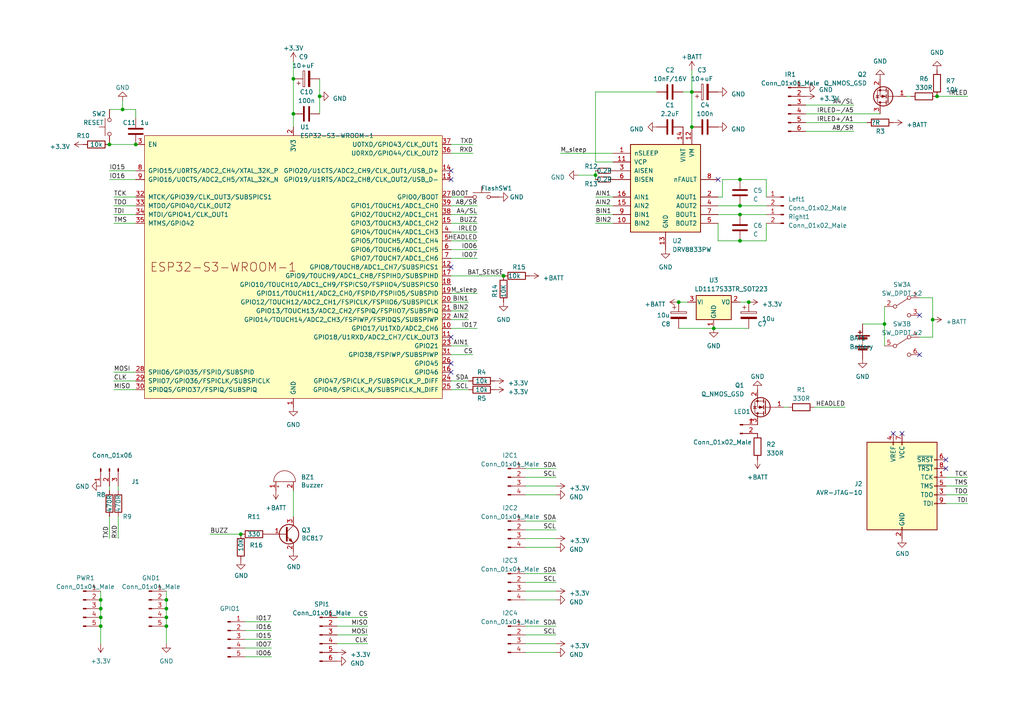
<source format=kicad_sch>
(kicad_sch (version 20230121) (generator eeschema)
  (paper "A4")
  (lib_symbols
    (symbol "Connector:AVR-JTAG-10" (pin_names (offset 1.016))
      (property "Reference" "J" (at -8.89 13.97 0))
      (property "Value" "AVR-JTAG-10" (at 1.27 13.97 0))
      (symbol "AVR-JTAG-10_1_1"
        (pin passive line (at 12.7 2.54 180) (length 2.54) (name "TCK") (number "1"))
        (pin passive line (at 0 -15.24 90) (length 2.54) hide (name "GND") (number "10"))
        (pin passive line (at 0 -15.24 90) (length 2.54) (name "GND") (number "2"))
        (pin passive line (at 12.7 -2.54 180) (length 2.54) (name "TDO") (number "3"))
        (pin passive line (at -2.54 15.24 270) (length 2.54) (name "VREF") (number "4"))
        (pin passive line (at 12.7 0 180) (length 2.54) (name "TMS") (number "5"))
        (pin passive line (at 12.7 7.62 180) (length 2.54) (name "~{SRST}") (number "6"))
        (pin passive line (at 0 15.24 270) (length 2.54) (name "VCC") (number "7"))
        (pin passive line (at 12.7 5.08 180) (length 2.54) (name "~{TRST}") (number "8"))
        (pin passive line (at 12.7 -5.08 180) (length 2.54) (name "TDI") (number "9"))
      )
    )
    (symbol "Connector:Conn_01x02_Male" (pin_names (offset 1.016) hide)
      (property "Reference" "J" (at 0 2.54 0))
      (property "Value" "Conn_01x02_Male" (at 0 -5.08 0))
      (symbol "Conn_01x02_Male_1_1"
        (pin passive line (at 5.08 0 180) (length 3.81) (name "Pin_1") (number "1"))
        (pin passive line (at 5.08 -2.54 180) (length 3.81) (name "Pin_2") (number "2"))
      )
    )
    (symbol "Connector:Conn_01x03_Pin" (pin_names (offset 1.016) hide)
      (property "Reference" "J" (at 0 5.08 0))
      (property "Value" "Conn_01x03_Pin" (at 0 -5.08 0))
      (symbol "Conn_01x03_Pin_1_1"
        (pin passive line (at 5.08 2.54 180) (length 3.81) (name "Pin_1") (number "1"))
        (pin passive line (at 5.08 0 180) (length 3.81) (name "Pin_2") (number "2"))
        (pin passive line (at 5.08 -2.54 180) (length 3.81) (name "Pin_3") (number "3"))
      )
    )
    (symbol "Connector:Conn_01x04_Male" (pin_names (offset 1.016) hide)
      (property "Reference" "J" (at 0 5.08 0))
      (property "Value" "Conn_01x04_Male" (at 0 -7.62 0))
      (symbol "Conn_01x04_Male_1_1"
        (pin passive line (at 5.08 2.54 180) (length 3.81) (name "Pin_1") (number "1"))
        (pin passive line (at 5.08 0 180) (length 3.81) (name "Pin_2") (number "2"))
        (pin passive line (at 5.08 -2.54 180) (length 3.81) (name "Pin_3") (number "3"))
        (pin passive line (at 5.08 -5.08 180) (length 3.81) (name "Pin_4") (number "4"))
      )
    )
    (symbol "Connector:Conn_01x05_Pin" (pin_names (offset 1.016) hide)
      (property "Reference" "J" (at 0 7.62 0))
      (property "Value" "Conn_01x05_Pin" (at 0 -7.62 0))
      (symbol "Conn_01x05_Pin_1_1"
        (pin passive line (at 5.08 5.08 180) (length 3.81) (name "Pin_1") (number "1"))
        (pin passive line (at 5.08 2.54 180) (length 3.81) (name "Pin_2") (number "2"))
        (pin passive line (at 5.08 0 180) (length 3.81) (name "Pin_3") (number "3"))
        (pin passive line (at 5.08 -2.54 180) (length 3.81) (name "Pin_4") (number "4"))
        (pin passive line (at 5.08 -5.08 180) (length 3.81) (name "Pin_5") (number "5"))
      )
    )
    (symbol "Connector:Conn_01x06_Male" (pin_names (offset 1.016) hide)
      (property "Reference" "J" (at 0 7.62 0))
      (property "Value" "Conn_01x06_Male" (at 0 -10.16 0))
      (symbol "Conn_01x06_Male_1_1"
        (pin passive line (at 5.08 5.08 180) (length 3.81) (name "Pin_1") (number "1"))
        (pin passive line (at 5.08 2.54 180) (length 3.81) (name "Pin_2") (number "2"))
        (pin passive line (at 5.08 0 180) (length 3.81) (name "Pin_3") (number "3"))
        (pin passive line (at 5.08 -2.54 180) (length 3.81) (name "Pin_4") (number "4"))
        (pin passive line (at 5.08 -5.08 180) (length 3.81) (name "Pin_5") (number "5"))
        (pin passive line (at 5.08 -7.62 180) (length 3.81) (name "Pin_6") (number "6"))
      )
    )
    (symbol "Device:Battery" (pin_numbers hide) (pin_names (offset 0) hide)
      (property "Reference" "BAT1" (at 3.81 1.016 0))
      (property "Value" "Battery" (at 3.81 -1.524 0))
      (symbol "Battery_1_1"
        (pin power_out line (at 0 5.08 270) (length 2.54) (name "+") (number "1"))
        (pin power_out line (at 0 -5.08 90) (length 2.54) (name "-") (number "2"))
      )
    )
    (symbol "Device:Buzzer" (pin_names (offset 0.0254) hide)
      (property "Reference" "BZ" (at 3.81 1.27 0))
      (property "Value" "Buzzer" (at 3.81 -1.27 0))
      (symbol "Buzzer_1_1"
        (pin passive line (at -2.54 2.54 0) (length 2.54) (name "-") (number "1"))
        (pin passive line (at -2.54 -2.54 0) (length 2.54) (name "+") (number "2"))
      )
    )
    (symbol "Device:C" (pin_numbers hide) (pin_names (offset 0.254))
      (property "Reference" "C" (at 0.635 2.54 0))
      (property "Value" "C" (at 0.635 -2.54 0))
      (symbol "C_1_1"
        (pin passive line (at 0 3.81 270) (length 2.794) (name "~") (number "1"))
        (pin passive line (at 0 -3.81 90) (length 2.794) (name "~") (number "2"))
      )
    )
    (symbol "Device:C_Polarized" (pin_numbers hide) (pin_names (offset 0.254))
      (property "Reference" "C" (at 0.635 2.54 0))
      (property "Value" "C_Polarized" (at 0.635 -2.54 0))
      (symbol "C_Polarized_1_1"
        (pin passive line (at 0 3.81 270) (length 2.794) (name "~") (number "1"))
        (pin passive line (at 0 -3.81 90) (length 2.794) (name "~") (number "2"))
      )
    )
    (symbol "Device:Q_NMOS_GSD" (pin_names (offset 0) hide)
      (property "Reference" "Q" (at 5.08 1.27 0))
      (property "Value" "Q_NMOS_GSD" (at 5.08 -1.27 0))
      (symbol "Q_NMOS_GSD_1_1"
        (pin input line (at -5.08 0 0) (length 2.54) (name "G") (number "1"))
        (pin passive line (at 2.54 -5.08 90) (length 2.54) (name "S") (number "2"))
        (pin passive line (at 2.54 5.08 270) (length 2.54) (name "D") (number "3"))
      )
    )
    (symbol "Device:R" (pin_numbers hide) (pin_names (offset 0))
      (property "Reference" "R" (at 2.032 0 90))
      (property "Value" "R" (at 0 0 90))
      (symbol "R_1_1"
        (pin passive line (at 0 3.81 270) (length 1.27) (name "~") (number "1"))
        (pin passive line (at 0 -3.81 90) (length 1.27) (name "~") (number "2"))
      )
    )
    (symbol "Device:R_Small" (pin_numbers hide) (pin_names (offset 0.254) hide)
      (property "Reference" "R" (at 0.762 0.508 0))
      (property "Value" "R_Small" (at 0.762 -1.016 0))
      (symbol "R_Small_1_1"
        (pin passive line (at 0 2.54 270) (length 0.762) (name "~") (number "1"))
        (pin passive line (at 0 -2.54 90) (length 0.762) (name "~") (number "2"))
      )
    )
    (symbol "Driver_Motor:DRV8833PW" (pin_names (offset 1.016))
      (property "Reference" "U" (at -3.81 16.51 0))
      (property "Value" "DRV8833PW" (at -3.81 13.97 0))
      (symbol "DRV8833PW_1_1"
        (pin input line (at -15.24 10.16 0) (length 5.08) (name "nSLEEP") (number "1"))
        (pin input line (at -15.24 -10.16 0) (length 5.08) (name "BIN2") (number "10"))
        (pin bidirectional line (at -15.24 7.62 0) (length 5.08) (name "VCP") (number "11"))
        (pin power_in line (at 7.62 17.78 270) (length 5.08) (name "VM") (number "12"))
        (pin power_in line (at 0 -17.78 90) (length 5.08) (name "GND") (number "13"))
        (pin power_in line (at 5.08 17.78 270) (length 5.08) (name "VINT") (number "14"))
        (pin input line (at -15.24 -5.08 0) (length 5.08) (name "AIN2") (number "15"))
        (pin input line (at -15.24 -2.54 0) (length 5.08) (name "AIN1") (number "16"))
        (pin power_out line (at 15.24 -2.54 180) (length 5.08) (name "AOUT1") (number "2"))
        (pin bidirectional line (at -15.24 5.08 0) (length 5.08) (name "AISEN") (number "3"))
        (pin power_out line (at 15.24 -5.08 180) (length 5.08) (name "AOUT2") (number "4"))
        (pin power_out line (at 15.24 -10.16 180) (length 5.08) (name "BOUT2") (number "5"))
        (pin bidirectional line (at -15.24 2.54 0) (length 5.08) (name "BISEN") (number "6"))
        (pin power_out line (at 15.24 -7.62 180) (length 5.08) (name "BOUT1") (number "7"))
        (pin open_collector line (at 15.24 2.54 180) (length 5.08) (name "nFAULT") (number "8"))
        (pin input line (at -15.24 -7.62 0) (length 5.08) (name "BIN1") (number "9"))
      )
    )
    (symbol "Espressif:ESP32-S3-WROOM-1" (pin_names (offset 1.016))
      (property "Reference" "U" (at -43.18 43.18 0))
      (property "Value" "ESP32-S3-WROOM-1" (at -43.18 40.64 0))
      (symbol "ESP32-S3-WROOM-1_0_0"
        (text "ESP32-S3-WROOM-1" (at -20.32 0 0) (effects (font (size 2.54 2.54))))
        (pin power_in line (at 0 -40.64 90) (length 2.54) (name "GND") (number "1"))
        (pin bidirectional line (at 45.72 -17.78 180) (length 2.54) (name "GPIO17/U1TXD/ADC2_CH6") (number "10"))
        (pin bidirectional line (at 45.72 -20.32 180) (length 2.54) (name "GPIO18/U1RXD/ADC2_CH7/CLK_OUT3") (number "11"))
        (pin bidirectional line (at 45.72 0 180) (length 2.54) (name "GPIO8/TOUCH8/ADC1_CH7/SUBSPICS1") (number "12"))
        (pin bidirectional line (at 45.72 25.4 180) (length 2.54) (name "GPIO19/U1RTS/ADC2_CH8/CLK_OUT2/USB_D-") (number "13"))
        (pin bidirectional line (at 45.72 27.94 180) (length 2.54) (name "GPIO20/U1CTS/ADC2_CH9/CLK_OUT1/USB_D+") (number "14"))
        (pin bidirectional line (at 45.72 12.7 180) (length 2.54) (name "GPIO3/TOUCH3/ADC1_CH2") (number "15"))
        (pin bidirectional line (at 45.72 -30.48 180) (length 2.54) (name "GPIO46") (number "16"))
        (pin bidirectional line (at 45.72 -2.54 180) (length 2.54) (name "GPIO9/TOUCH9/ADC1_CH8/FSPIHD/SUBSPIHD") (number "17"))
        (pin bidirectional line (at 45.72 -5.08 180) (length 2.54) (name "GPIO10/TOUCH10/ADC1_CH9/FSPICS0/FSPIIO4/SUBSPICS0") (number "18"))
        (pin bidirectional line (at 45.72 -7.62 180) (length 2.54) (name "GPIO11/TOUCH11/ADC2_CH0/FSPID/FSPIIO5/SUBSPID") (number "19"))
        (pin power_in line (at 0 40.64 270) (length 2.54) (name "3V3") (number "2"))
        (pin bidirectional line (at 45.72 -10.16 180) (length 2.54) (name "GPIO12/TOUCH12/ADC2_CH1/FSPICLK/FSPIIO6/SUBSPICLK") (number "20"))
        (pin bidirectional line (at 45.72 -12.7 180) (length 2.54) (name "GPIO13/TOUCH13/ADC2_CH2/FSPIQ/FSPIIO7/SUBSPIQ") (number "21"))
        (pin bidirectional line (at 45.72 -15.24 180) (length 2.54) (name "GPIO14/TOUCH14/ADC2_CH3/FSPIWP/FSPIDQS/SUBSPIWP") (number "22"))
        (pin bidirectional line (at 45.72 -22.86 180) (length 2.54) (name "GPIO21") (number "23"))
        (pin bidirectional line (at 45.72 -33.02 180) (length 2.54) (name "GPIO47/SPICLK_P/SUBSPICLK_P_DIFF") (number "24"))
        (pin bidirectional line (at 45.72 -35.56 180) (length 2.54) (name "GPIO48/SPICLK_N/SUBSPICLK_N_DIFF") (number "25"))
        (pin bidirectional line (at 45.72 -27.94 180) (length 2.54) (name "GPIO45") (number "26"))
        (pin bidirectional line (at 45.72 20.32 180) (length 2.54) (name "GPIO0/BOOT") (number "27"))
        (pin bidirectional line (at -45.72 -30.48 0) (length 2.54) (name "SPIIO6/GPIO35/FSPID/SUBSPID") (number "28"))
        (pin bidirectional line (at -45.72 -33.02 0) (length 2.54) (name "SPIIO7/GPIO36/FSPICLK/SUBSPICLK") (number "29"))
        (pin input line (at -45.72 35.56 0) (length 2.54) (name "EN") (number "3"))
        (pin bidirectional line (at -45.72 -35.56 0) (length 2.54) (name "SPIDQS/GPIO37/FSPIQ/SUBSPIQ") (number "30"))
        (pin bidirectional line (at 45.72 -25.4 180) (length 2.54) (name "GPIO38/FSPIWP/SUBSPIWP") (number "31"))
        (pin bidirectional line (at -45.72 20.32 0) (length 2.54) (name "MTCK/GPIO39/CLK_OUT3/SUBSPICS1") (number "32"))
        (pin bidirectional line (at -45.72 17.78 0) (length 2.54) (name "MTDO/GPIO40/CLK_OUT2") (number "33"))
        (pin bidirectional line (at -45.72 15.24 0) (length 2.54) (name "MTDI/GPIO41/CLK_OUT1") (number "34"))
        (pin bidirectional line (at -45.72 12.7 0) (length 2.54) (name "MTMS/GPIO42") (number "35"))
        (pin bidirectional line (at 45.72 33.02 180) (length 2.54) (name "U0RXD/GPIO44/CLK_OUT2") (number "36"))
        (pin bidirectional line (at 45.72 35.56 180) (length 2.54) (name "U0TXD/GPIO43/CLK_OUT1") (number "37"))
        (pin bidirectional line (at 45.72 15.24 180) (length 2.54) (name "GPIO2/TOUCH2/ADC1_CH1") (number "38"))
        (pin bidirectional line (at 45.72 17.78 180) (length 2.54) (name "GPIO1/TOUCH1/ADC1_CH0") (number "39"))
        (pin bidirectional line (at 45.72 10.16 180) (length 2.54) (name "GPIO4/TOUCH4/ADC1_CH3") (number "4"))
        (pin passive line (at 0 -40.64 90) (length 2.54) hide (name "GND") (number "40"))
        (pin passive line (at 0 -40.64 90) (length 2.54) hide (name "GND") (number "41"))
        (pin bidirectional line (at 45.72 7.62 180) (length 2.54) (name "GPIO5/TOUCH5/ADC1_CH4") (number "5"))
        (pin bidirectional line (at 45.72 5.08 180) (length 2.54) (name "GPIO6/TOUCH6/ADC1_CH5") (number "6"))
        (pin bidirectional line (at 45.72 2.54 180) (length 2.54) (name "GPIO7/TOUCH7/ADC1_CH6") (number "7"))
        (pin bidirectional line (at -45.72 27.94 0) (length 2.54) (name "GPIO15/U0RTS/ADC2_CH4/XTAL_32K_P") (number "8"))
        (pin bidirectional line (at -45.72 25.4 0) (length 2.54) (name "GPIO16/U0CTS/ADC2_CH5/XTAL_32K_N") (number "9"))
      )
    )
    (symbol "Regulator_Linear:LD1117S33TR_SOT223" (pin_names (offset 0.254))
      (property "Reference" "U" (at -3.81 3.175 0))
      (property "Value" "LD1117S33TR_SOT223" (at 0 3.175 0))
      (symbol "LD1117S33TR_SOT223_1_1"
        (pin power_in line (at 0 -7.62 90) (length 2.54) (name "GND") (number "1"))
        (pin power_out line (at 7.62 0 180) (length 2.54) (name "VO") (number "2"))
        (pin power_in line (at -7.62 0 0) (length 2.54) (name "VI") (number "3"))
      )
    )
    (symbol "Switch:SW_DPDT_x2" (pin_names (offset 0) hide)
      (property "Reference" "SW" (at 0 4.318 0))
      (property "Value" "SW_DPDT_x2" (at 0 -5.08 0))
      (symbol "SW_DPDT_x2_1_1"
        (pin passive line (at 5.08 2.54 180) (length 2.54) (name "A") (number "1"))
        (pin passive line (at -5.08 0 0) (length 2.54) (name "B") (number "2"))
        (pin passive line (at 5.08 -2.54 180) (length 2.54) (name "C") (number "3"))
      )
      (symbol "SW_DPDT_x2_2_1"
        (pin passive line (at 5.08 2.54 180) (length 2.54) (name "A") (number "4"))
        (pin passive line (at -5.08 0 0) (length 2.54) (name "B") (number "5"))
        (pin passive line (at 5.08 -2.54 180) (length 2.54) (name "C") (number "6"))
      )
    )
    (symbol "Switch:SW_Push" (pin_numbers hide) (pin_names (offset 1.016) hide)
      (property "Reference" "SW" (at 1.27 2.54 0))
      (property "Value" "SW_Push" (at 0 -1.524 0))
      (symbol "SW_Push_0_1"
        (pin passive line (at -5.08 0 0) (length 2.54) (name "1") (number "1"))
        (pin passive line (at 5.08 0 180) (length 2.54) (name "2") (number "2"))
      )
    )
    (symbol "Transistor_BJT:BC817" (pin_names (offset 0) hide)
      (property "Reference" "Q" (at 5.08 1.905 0))
      (property "Value" "BC817" (at 5.08 0 0))
      (symbol "BC817_1_1"
        (pin input line (at -5.08 0 0) (length 5.715) (name "B") (number "1"))
        (pin passive line (at 2.54 -5.08 90) (length 2.54) (name "E") (number "2"))
        (pin passive line (at 2.54 5.08 270) (length 2.54) (name "C") (number "3"))
      )
    )
    (symbol "power:+3.3V" (power) (pin_names (offset 0))
      (property "Value" "+3.3V" (at 0 3.556 0))
      (symbol "+3.3V_1_1"
        (pin power_in line (at 0 0 90) (length 0) hide (name "+3.3V") (number "1"))
      )
    )
    (symbol "power:+BATT" (power) (pin_names (offset 0))
      (property "Value" "+BATT" (at 0 3.556 0))
      (symbol "+BATT_1_1"
        (pin power_in line (at 0 0 90) (length 0) hide (name "+BATT") (number "1"))
      )
    )
    (symbol "power:GND" (power) (pin_names (offset 0))
      (property "Value" "GND" (at 0 -3.81 0))
      (symbol "GND_1_1"
        (pin power_in line (at 0 0 270) (length 0) hide (name "GND") (number "1"))
      )
    )
  )
  (junction (at 172.72 50.8))
  (junction (at 69.85 154.94))
  (junction (at 29.21 176.53))
  (junction (at 29.21 173.99))
  (junction (at 39.37 41.91))
  (junction (at 29.21 179.07))
  (junction (at 217.17 87.63))
  (junction (at 196.85 87.63))
  (junction (at 256.54 93.98))
  (junction (at 31.75 41.91))
  (junction (at 48.26 176.53))
  (junction (at 270.51 92.71))
  (junction (at 200.66 36.83))
  (junction (at 200.66 26.67))
  (junction (at 35.56 31.75))
  (junction (at 271.78 27.94))
  (junction (at 92.71 27.94))
  (junction (at 85.09 33.02))
  (junction (at 29.21 181.61))
  (junction (at 85.09 22.86))
  (junction (at 214.63 62.23))
  (junction (at 214.63 52.07))
  (junction (at 214.63 69.85))
  (junction (at 214.63 59.69))
  (junction (at 48.26 173.99))
  (junction (at 146.05 80.01))
  (junction (at 48.26 179.07))
  (junction (at 48.26 181.61))
  (junction (at 207.01 95.25))
  (no_connect (at 130.81 52.07))
  (no_connect (at 266.7 91.44))
  (no_connect (at 266.7 102.87))
  (no_connect (at 208.28 52.07))
  (no_connect (at 261.62 125.73))
  (no_connect (at 274.32 135.89))
  (no_connect (at 259.08 125.73))
  (no_connect (at 130.81 107.95))
  (no_connect (at 130.81 97.79))
  (no_connect (at 130.81 77.47))
  (no_connect (at 130.81 105.41))
  (no_connect (at 274.32 133.35))
  (no_connect (at 130.81 49.53))
  (wire (pts (xy 29.21 173.99) (xy 29.21 176.53)))
  (wire (pts (xy 270.51 92.71) (xy 270.51 86.36)))
  (wire (pts (xy 130.81 87.63) (xy 135.89 87.63)))
  (wire (pts (xy 39.37 62.23) (xy 33.02 62.23)))
  (wire (pts (xy 222.25 52.07) (xy 222.25 57.15)))
  (wire (pts (xy 71.12 185.42) (xy 78.74 185.42)))
  (wire (pts (xy 228.6 118.11) (xy 227.33 118.11)))
  (wire (pts (xy 130.81 64.77) (xy 138.43 64.77)))
  (wire (pts (xy 48.26 171.45) (xy 48.26 173.99)))
  (wire (pts (xy 71.12 182.88) (xy 78.74 182.88)))
  (wire (pts (xy 31.75 149.86) (xy 31.75 156.21)))
  (wire (pts (xy 274.32 140.97) (xy 280.67 140.97)))
  (wire (pts (xy 39.37 52.07) (xy 31.75 52.07)))
  (wire (pts (xy 208.28 57.15) (xy 209.55 57.15)))
  (wire (pts (xy 29.21 179.07) (xy 29.21 181.61)))
  (wire (pts (xy 130.81 113.03) (xy 135.89 113.03)))
  (wire (pts (xy 172.72 26.67) (xy 172.72 46.99)))
  (wire (pts (xy 97.79 184.15) (xy 106.68 184.15)))
  (wire (pts (xy 152.4 168.91) (xy 161.29 168.91)))
  (wire (pts (xy 256.54 88.9) (xy 256.54 93.98)))
  (wire (pts (xy 152.4 158.75) (xy 161.29 158.75)))
  (wire (pts (xy 130.81 100.33) (xy 135.89 100.33)))
  (wire (pts (xy 97.79 179.07) (xy 106.68 179.07)))
  (wire (pts (xy 130.81 57.15) (xy 134.62 57.15)))
  (wire (pts (xy 233.68 30.48) (xy 247.65 30.48)))
  (wire (pts (xy 130.81 67.31) (xy 138.43 67.31)))
  (wire (pts (xy 85.09 33.02) (xy 85.09 36.83)))
  (wire (pts (xy 34.29 149.86) (xy 34.29 156.21)))
  (wire (pts (xy 172.72 49.53) (xy 172.72 50.8)))
  (wire (pts (xy 48.26 179.07) (xy 48.26 181.61)))
  (wire (pts (xy 208.28 62.23) (xy 214.63 62.23)))
  (wire (pts (xy 172.72 59.69) (xy 177.8 59.69)))
  (wire (pts (xy 208.28 59.69) (xy 214.63 59.69)))
  (wire (pts (xy 214.63 52.07) (xy 222.25 52.07)))
  (wire (pts (xy 135.89 92.71) (xy 130.81 92.71)))
  (wire (pts (xy 130.81 85.09) (xy 138.43 85.09)))
  (wire (pts (xy 97.79 186.69) (xy 106.68 186.69)))
  (wire (pts (xy 152.4 186.69) (xy 161.29 186.69)))
  (wire (pts (xy 196.85 95.25) (xy 207.01 95.25)))
  (wire (pts (xy 130.81 110.49) (xy 135.89 110.49)))
  (wire (pts (xy 92.71 27.94) (xy 92.71 22.86)))
  (wire (pts (xy 274.32 138.43) (xy 280.67 138.43)))
  (wire (pts (xy 274.32 143.51) (xy 280.67 143.51)))
  (wire (pts (xy 71.12 190.5) (xy 78.74 190.5)))
  (wire (pts (xy 34.29 140.97) (xy 34.29 142.24)))
  (wire (pts (xy 152.4 143.51) (xy 161.29 143.51)))
  (wire (pts (xy 162.56 44.45) (xy 177.8 44.45)))
  (wire (pts (xy 39.37 31.75) (xy 39.37 34.29)))
  (wire (pts (xy 214.63 87.63) (xy 217.17 87.63)))
  (wire (pts (xy 48.26 181.61) (xy 48.26 186.69)))
  (wire (pts (xy 29.21 181.61) (xy 29.21 186.69)))
  (wire (pts (xy 85.09 22.86) (xy 85.09 33.02)))
  (wire (pts (xy 152.4 156.21) (xy 161.29 156.21)))
  (wire (pts (xy 172.72 50.8) (xy 172.72 52.07)))
  (wire (pts (xy 39.37 57.15) (xy 33.02 57.15)))
  (wire (pts (xy 250.19 93.98) (xy 256.54 93.98)))
  (wire (pts (xy 172.72 46.99) (xy 177.8 46.99)))
  (wire (pts (xy 152.4 166.37) (xy 161.29 166.37)))
  (wire (pts (xy 209.55 57.15) (xy 209.55 52.07)))
  (wire (pts (xy 130.81 62.23) (xy 138.43 62.23)))
  (wire (pts (xy 214.63 59.69) (xy 222.25 59.69)))
  (wire (pts (xy 152.4 189.23) (xy 161.29 189.23)))
  (wire (pts (xy 256.54 93.98) (xy 256.54 100.33)))
  (wire (pts (xy 33.02 113.03) (xy 39.37 113.03)))
  (wire (pts (xy 222.25 69.85) (xy 222.25 64.77)))
  (wire (pts (xy 200.66 26.67) (xy 198.12 26.67)))
  (wire (pts (xy 130.81 74.93) (xy 138.43 74.93)))
  (wire (pts (xy 48.26 173.99) (xy 48.26 176.53)))
  (wire (pts (xy 71.12 180.34) (xy 78.74 180.34)))
  (wire (pts (xy 31.75 31.75) (xy 35.56 31.75)))
  (wire (pts (xy 209.55 52.07) (xy 214.63 52.07)))
  (wire (pts (xy 35.56 31.75) (xy 39.37 31.75)))
  (wire (pts (xy 167.64 50.8) (xy 172.72 50.8)))
  (wire (pts (xy 29.21 171.45) (xy 29.21 173.99)))
  (wire (pts (xy 152.4 151.13) (xy 161.29 151.13)))
  (wire (pts (xy 29.21 176.53) (xy 29.21 179.07)))
  (wire (pts (xy 152.4 140.97) (xy 161.29 140.97)))
  (wire (pts (xy 200.66 20.32) (xy 200.66 26.67)))
  (wire (pts (xy 172.72 57.15) (xy 177.8 57.15)))
  (wire (pts (xy 33.02 107.95) (xy 39.37 107.95)))
  (wire (pts (xy 214.63 69.85) (xy 222.25 69.85)))
  (wire (pts (xy 130.81 80.01) (xy 146.05 80.01)))
  (wire (pts (xy 130.81 41.91) (xy 137.16 41.91)))
  (wire (pts (xy 233.68 35.56) (xy 251.46 35.56)))
  (wire (pts (xy 266.7 97.79) (xy 270.51 97.79)))
  (wire (pts (xy 270.51 97.79) (xy 270.51 92.71)))
  (wire (pts (xy 39.37 49.53) (xy 31.75 49.53)))
  (wire (pts (xy 207.01 95.25) (xy 217.17 95.25)))
  (wire (pts (xy 152.4 181.61) (xy 161.29 181.61)))
  (wire (pts (xy 233.68 38.1) (xy 247.65 38.1)))
  (wire (pts (xy 31.75 140.97) (xy 31.75 142.24)))
  (wire (pts (xy 190.5 26.67) (xy 172.72 26.67)))
  (wire (pts (xy 85.09 142.24) (xy 85.09 149.86)))
  (wire (pts (xy 152.4 135.89) (xy 161.29 135.89)))
  (wire (pts (xy 200.66 36.83) (xy 200.66 26.67)))
  (wire (pts (xy 39.37 64.77) (xy 33.02 64.77)))
  (wire (pts (xy 130.81 90.17) (xy 135.89 90.17)))
  (wire (pts (xy 264.16 27.94) (xy 262.89 27.94)))
  (wire (pts (xy 92.71 33.02) (xy 92.71 27.94)))
  (wire (pts (xy 97.79 181.61) (xy 106.68 181.61)))
  (wire (pts (xy 33.02 110.49) (xy 39.37 110.49)))
  (wire (pts (xy 130.81 44.45) (xy 137.16 44.45)))
  (wire (pts (xy 233.68 33.02) (xy 255.27 33.02)))
  (wire (pts (xy 39.37 59.69) (xy 33.02 59.69)))
  (wire (pts (xy 31.75 41.91) (xy 39.37 41.91)))
  (wire (pts (xy 130.81 102.87) (xy 137.16 102.87)))
  (wire (pts (xy 214.63 62.23) (xy 222.25 62.23)))
  (wire (pts (xy 236.22 118.11) (xy 245.11 118.11)))
  (wire (pts (xy 152.4 138.43) (xy 161.29 138.43)))
  (wire (pts (xy 130.81 59.69) (xy 138.43 59.69)))
  (wire (pts (xy 270.51 86.36) (xy 266.7 86.36)))
  (wire (pts (xy 208.28 69.85) (xy 214.63 69.85)))
  (wire (pts (xy 48.26 176.53) (xy 48.26 179.07)))
  (wire (pts (xy 35.56 29.21) (xy 35.56 31.75)))
  (wire (pts (xy 130.81 69.85) (xy 138.43 69.85)))
  (wire (pts (xy 196.85 87.63) (xy 199.39 87.63)))
  (wire (pts (xy 152.4 153.67) (xy 161.29 153.67)))
  (wire (pts (xy 208.28 64.77) (xy 208.28 69.85)))
  (wire (pts (xy 85.09 17.78) (xy 85.09 22.86)))
  (wire (pts (xy 152.4 171.45) (xy 161.29 171.45)))
  (wire (pts (xy 152.4 173.99) (xy 161.29 173.99)))
  (wire (pts (xy 172.72 62.23) (xy 177.8 62.23)))
  (wire (pts (xy 69.85 154.94) (xy 60.96 154.94)))
  (wire (pts (xy 130.81 72.39) (xy 138.43 72.39)))
  (wire (pts (xy 71.12 187.96) (xy 78.74 187.96)))
  (wire (pts (xy 130.81 95.25) (xy 138.43 95.25)))
  (wire (pts (xy 172.72 64.77) (xy 177.8 64.77)))
  (wire (pts (xy 152.4 184.15) (xy 161.29 184.15)))
  (wire (pts (xy 274.32 146.05) (xy 280.67 146.05)))
  (wire (pts (xy 271.78 27.94) (xy 280.67 27.94)))
  (label "TXD" (at 137.16 41.91 180))
  (label "M_sleep" (at 162.56 44.45 0))
  (label "SDA" (at 161.29 135.89 180))
  (label "IRLED" (at 138.43 67.31 180))
  (label "RXD" (at 137.16 44.45 180))
  (label "CLK" (at 33.02 110.49 0))
  (label "IRLED+{slash}A1" (at 247.65 35.56 180))
  (label "TDO" (at 33.02 59.69 0))
  (label "BIN1" (at 172.72 62.23 0))
  (label "IO15" (at 78.74 185.42 180))
  (label "SDA" (at 161.29 151.13 180))
  (label "BIN1" (at 135.89 87.63 180))
  (label "SDA" (at 135.89 110.49 180))
  (label "BUZZ" (at 138.43 64.77 180))
  (label "IO16" (at 31.75 52.07 0))
  (label "BUZZ" (at 60.96 154.94 0))
  (label "SCL" (at 161.29 168.91 180))
  (label "IRLED" (at 280.67 27.94 180))
  (label "MOSI" (at 33.02 107.95 0))
  (label "AIN1" (at 135.89 100.33 180))
  (label "TMS" (at 280.67 140.97 180))
  (label "IRLED-{slash}A5" (at 247.65 33.02 180))
  (label "SDA" (at 161.29 181.61 180))
  (label "TDI" (at 33.02 62.23 0))
  (label "SCL" (at 135.89 113.03 180))
  (label "IO07" (at 78.74 187.96 180))
  (label "IO07" (at 138.43 74.93 180))
  (label "IO17" (at 138.43 95.25 180))
  (label "A8{slash}SR" (at 138.43 59.69 180))
  (label "A4{slash}SL" (at 247.65 30.48 180))
  (label "MOSI" (at 106.68 184.15 180))
  (label "IO15" (at 31.75 49.53 0))
  (label "TDO" (at 280.67 143.51 180))
  (label "BOOT" (at 130.81 57.15 0))
  (label "AIN1" (at 172.72 57.15 0))
  (label "TXD" (at 31.75 156.21 90))
  (label "CLK" (at 106.68 186.69 180))
  (label "BIN2" (at 135.89 90.17 180))
  (label "AIN2" (at 135.89 92.71 180))
  (label "AIN2" (at 172.72 59.69 0))
  (label "M_sleep" (at 138.43 85.09 180))
  (label "TMS" (at 33.02 64.77 0))
  (label "IO06" (at 78.74 190.5 180))
  (label "BIN2" (at 172.72 64.77 0))
  (label "CS" (at 137.16 102.87 180))
  (label "A8{slash}SR" (at 247.65 38.1 180))
  (label "A4{slash}SL" (at 138.43 62.23 180))
  (label "MISO" (at 106.68 181.61 180))
  (label "BAT_SENSE" (at 146.05 80.01 180))
  (label "RXD" (at 34.29 156.21 90))
  (label "SCL" (at 161.29 138.43 180))
  (label "TCK" (at 33.02 57.15 0))
  (label "SDA" (at 161.29 166.37 180))
  (label "TDI" (at 280.67 146.05 180))
  (label "SCL" (at 161.29 153.67 180))
  (label "HEADLED" (at 245.11 118.11 180))
  (label "MISO" (at 33.02 113.03 0))
  (label "IO16" (at 78.74 182.88 180))
  (label "TCK" (at 280.67 138.43 180))
  (label "IO06" (at 138.43 72.39 180))
  (label "HEADLED" (at 138.43 69.85 180))
  (label "IO17" (at 78.74 180.34 180))
  (label "SCL" (at 161.29 184.15 180))
  (label "CS" (at 106.68 179.07 180))
  (symbol (lib_id "power:GND") (at 161.29 189.23 90) (mirror x) (unit 1)
    (property "Reference" "#PWR029" (effects hide))
    (property "Value" "GND" (at 165.1 189.865 90) (effects (justify right)))
  )
  (symbol (lib_id "power:+BATT") (at 259.08 35.56 270) (mirror x) (unit 1)
    (property "Reference" "#PWR011" (effects hide))
    (property "Value" "+BATT" (at 262.89 36.195 90) (effects (justify left)))
  )
  (symbol (lib_id "power:GND") (at 207.01 95.25 0) (mirror y) (unit 1)
    (property "Reference" "#PWR012" (effects hide))
    (property "Value" "GND" (at 207.01 100.33 0))
  )
  (symbol (lib_id "Device:R") (at 139.7 110.49 90) (unit 1)
    (property "Reference" "R4" (at 139.7 107.95 90))
    (property "Value" "10k" (at 139.7 110.49 90))
    (property "Footprint" "Resistor_SMD:R_0603_1608Metric" (effects hide))
  )
  (symbol (lib_id "power:+3.3V") (at 161.29 171.45 270) (unit 1)
    (property "Reference" "#PWR026" (effects hide))
    (property "Value" "+3.3V" (at 165.1 172.085 90) (effects (justify left)))
  )
  (symbol (lib_id "power:GND") (at 219.71 113.03 0) (mirror x) (unit 1)
    (property "Reference" "#PWR016" (effects hide))
    (property "Value" "GND" (at 219.71 109.22 0))
  )
  (symbol (lib_id "Device:C") (at 194.31 26.67 90) (unit 1)
    (property "Reference" "C2" (at 194.31 20.32 90))
    (property "Value" "10nF/16V" (at 194.31 22.86 90))
    (property "Footprint" "Capacitor_SMD:C_0603_1608Metric" (effects hide))
  )
  (symbol (lib_id "power:GND") (at 97.79 191.77 90) (mirror x) (unit 1)
    (property "Reference" "#PWR031" (effects hide))
    (property "Value" "GND" (at 101.6 192.405 90) (effects (justify right)))
  )
  (symbol (lib_id "power:GND") (at 193.04 72.39 0) (unit 1)
    (property "Reference" "#PWR010" (effects hide))
    (property "Value" "GND" (at 193.04 77.47 0))
  )
  (symbol (lib_id "Switch:SW_Push") (at 31.75 36.83 90) (unit 1)
    (property "Reference" "SW2" (at 26.67 33.02 90) (effects (justify right)))
    (property "Value" "RESET" (at 24.13 35.56 90) (effects (justify right)))
    (property "Footprint" "Button_Switch_SMD:SW_SPST_B3S-1000" (effects hide))
  )
  (symbol (lib_id "power:+3.3V") (at 217.17 87.63 270) (unit 1)
    (property "Reference" "#PWR014" (effects hide))
    (property "Value" "+3.3V" (at 220.98 88.265 90) (effects (justify left)))
  )
  (symbol (lib_id "Switch:SW_DPDT_x2") (at 261.62 100.33 0) (unit 2)
    (property "Reference" "SW3" (at 261.62 93.98 0))
    (property "Value" "SW_DPDT_x2" (at 261.62 96.52 0))
    (property "Footprint" "Switch_DPDT:Switch_DPDT" (effects hide))
  )
  (symbol (lib_id "power:+3.3V") (at 233.68 27.94 270) (unit 1)
    (property "Reference" "#PWR04" (effects hide))
    (property "Value" "+3.3V" (at 237.49 28.575 90) (effects (justify left)))
  )
  (symbol (lib_id "Connector:Conn_01x05_Pin") (at 24.13 176.53 0) (unit 1)
    (property "Reference" "PWR1" (at 24.765 167.64 0))
    (property "Value" "Conn_01x04_Male" (at 24.765 170.18 0))
    (property "Footprint" "Connector_PinHeader_2.54mm:PinHeader_1x05_P2.54mm_Vertical" (effects hide))
  )
  (symbol (lib_id "power:GND") (at 161.29 173.99 90) (mirror x) (unit 1)
    (property "Reference" "#PWR027" (effects hide))
    (property "Value" "GND" (at 165.1 174.625 90) (effects (justify right)))
  )
  (symbol (lib_id "Device:C") (at 214.63 66.04 0) (unit 1)
    (property "Reference" "C6" (at 218.44 65.405 0) (effects (justify left)))
    (property "Value" "C" (at 218.44 67.945 0) (effects (justify left)))
    (property "Footprint" "Capacitor_SMD:C_0603_1608Metric" (effects hide))
  )
  (symbol (lib_id "Device:C_Polarized") (at 204.47 26.67 90) (unit 1)
    (property "Reference" "C3" (at 203.581 20.32 90))
    (property "Value" "10+uF" (at 203.581 22.86 90))
    (property "Footprint" "Capacitor_Tantalum_SMD:CP_EIA-6032-28_Kemet-C" (effects hide))
  )
  (symbol (lib_id "Device:C_Polarized") (at 217.17 91.44 0) (unit 1)
    (property "Reference" "C7" (at 219.71 93.98 0) (effects (justify left)))
    (property "Value" "10u" (at 220.98 92.456 0) (effects (justify left)))
    (property "Footprint" "Capacitor_Tantalum_SMD:CP_EIA-6032-28_Kemet-C" (effects hide))
  )
  (symbol (lib_id "Device:C") (at 39.37 38.1 0) (unit 1)
    (property "Reference" "C11" (at 35.56 35.56 0) (effects (justify left)))
    (property "Value" "1u" (at 40.64 35.56 0) (effects (justify left)))
    (property "Footprint" "Capacitor_SMD:C_0603_1608Metric" (effects hide))
  )
  (symbol (lib_id "Device:R") (at 31.75 146.05 0) (unit 1)
    (property "Reference" "R8" (at 27.94 143.51 0) (effects (justify left)))
    (property "Value" "470R" (at 31.75 148.59 90) (effects (justify left)))
    (property "Footprint" "Resistor_SMD:R_0603_1608Metric" (effects hide))
  )
  (symbol (lib_id "Connector:Conn_01x02_Male") (at 227.33 57.15 0) (mirror y) (unit 1)
    (property "Reference" "Left1" (at 228.6 57.785 0) (effects (justify right)))
    (property "Value" "Conn_01x02_Male" (at 228.6 60.325 0) (effects (justify right)))
    (property "Footprint" "Connector_JST:JST_XH_B2B-XH-AM_1x02_P2.50mm_Vertical" (effects hide))
  )
  (symbol (lib_id "power:GND") (at 29.21 140.97 270) (unit 1)
    (property "Reference" "#PWR035" (effects hide))
    (property "Value" "GND" (at 25.9588 141.097 90) (effects (justify right)))
  )
  (symbol (lib_id "Device:C") (at 194.31 36.83 270) (unit 1)
    (property "Reference" "C1" (at 194.31 30.48 90))
    (property "Value" "2.2uF" (at 194.31 33.02 90))
    (property "Footprint" "Capacitor_SMD:C_0603_1608Metric" (effects hide))
  )
  (symbol (lib_id "power:GND") (at 69.85 162.56 0) (unit 1)
    (property "Reference" "#PWR045" (effects hide))
    (property "Value" "GND" (at 69.977 166.9542 0))
  )
  (symbol (lib_id "power:GND") (at 255.27 22.86 180) (unit 1)
    (property "Reference" "#PWR021" (effects hide))
    (property "Value" "GND" (at 255.27 17.78 0))
  )
  (symbol (lib_id "Driver_Motor:DRV8833PW") (at 193.04 54.61 0) (unit 1)
    (property "Reference" "U2" (at 194.9959 69.85 0) (effects (justify left)))
    (property "Value" "DRV8833PW" (at 194.9959 72.39 0) (effects (justify left)))
    (property "Footprint" "Package_SO:TSSOP-16_4.4x5mm_P0.65mm" (effects hide))
    (property "Datasheet" "http://www.ti.com/lit/ds/symlink/drv8833.pdf" (effects hide))
  )
  (symbol (lib_id "Device:R") (at 27.94 41.91 90) (unit 1)
    (property "Reference" "R10" (at 24.13 39.37 90))
    (property "Value" "10k" (at 27.94 41.91 90))
    (property "Footprint" "Resistor_SMD:R_0603_1608Metric" (effects hide))
  )
  (symbol (lib_id "Connector:Conn_01x04_Male") (at 147.32 153.67 0) (unit 1)
    (property "Reference" "I2C2" (at 147.955 147.32 0))
    (property "Value" "Conn_01x04_Male" (at 147.955 149.86 0))
    (property "Footprint" "Connector_JST:JST_XH_B4B-XH-AM_1x04_P2.50mm_Vertical" (effects hide))
  )
  (symbol (lib_id "Device:C_Polarized") (at 196.85 91.44 0) (unit 1)
    (property "Reference" "C8" (at 191.77 93.98 0) (effects (justify left)))
    (property "Value" "10u" (at 190.5 91.44 0) (effects (justify left)))
    (property "Footprint" "Capacitor_Tantalum_SMD:CP_EIA-6032-28_Kemet-C" (effects hide))
  )
  (symbol (lib_id "Connector:Conn_01x04_Male") (at 147.32 138.43 0) (unit 1)
    (property "Reference" "I2C1" (at 147.955 132.08 0))
    (property "Value" "Conn_01x04_Male" (at 147.955 134.62 0))
    (property "Footprint" "Connector_JST:JST_XH_B4B-XH-AM_1x04_P2.50mm_Vertical" (effects hide))
  )
  (symbol (lib_id "Device:R_Small") (at 175.26 52.07 90) (unit 1)
    (property "Reference" "R13" (at 171.45 53.34 90))
    (property "Value" "0.2R" (at 175.26 52.07 90))
    (property "Footprint" "Resistor_SMD:R_0603_1608Metric" (effects hide))
  )
  (symbol (lib_id "Connector:Conn_01x02_Male") (at 227.33 62.23 0) (mirror y) (unit 1)
    (property "Reference" "Right1" (at 228.6 62.865 0) (effects (justify right)))
    (property "Value" "Conn_01x02_Male" (at 228.6 65.405 0) (effects (justify right)))
    (property "Footprint" "Connector_JST:JST_XH_B2B-XH-AM_1x02_P2.50mm_Vertical" (effects hide))
  )
  (symbol (lib_id "power:GND") (at 48.26 186.69 0) (mirror y) (unit 1)
    (property "Reference" "#PWR033" (effects hide))
    (property "Value" "GND" (at 48.26 191.77 0))
  )
  (symbol (lib_id "Device:R") (at 149.86 80.01 270) (unit 1)
    (property "Reference" "R15" (at 148.59 77.47 90) (effects (justify left)))
    (property "Value" "10k" (at 147.32 80.01 90) (effects (justify left)))
    (property "Footprint" "Resistor_SMD:R_0603_1608Metric" (effects hide))
  )
  (symbol (lib_id "power:+3.3V") (at 143.51 113.03 270) (unit 1)
    (property "Reference" "#PWR038" (effects hide))
    (property "Value" "+3.3V" (at 147.32 113.665 90) (effects (justify left)))
  )
  (symbol (lib_id "Device:Buzzer") (at 82.55 139.7 90) (unit 1)
    (property "Reference" "BZ1" (at 87.2998 138.4046 90) (effects (justify right)))
    (property "Value" "Buzzer" (at 87.2998 140.716 90) (effects (justify right)))
    (property "Footprint" "Buzzer_Beeper:Buzzer_12x9.5RM7.6" (effects hide))
  )
  (symbol (lib_id "Regulator_Linear:LD1117S33TR_SOT223") (at 207.01 87.63 0) (unit 1)
    (property "Reference" "U3" (at 207.01 81.28 0))
    (property "Value" "LD1117S33TR_SOT223" (at 212.09 83.82 0))
    (property "Footprint" "Package_TO_SOT_SMD:SOT-223-3_TabPin2" (effects hide))
    (property "Datasheet" "http://www.st.com/st-web-ui/static/active/en/resource/technical/document/datasheet/CD00000544.pdf" (effects hide))
  )
  (symbol (lib_id "Device:Q_NMOS_GSD") (at 222.25 118.11 180) (unit 1)
    (property "Reference" "Q1" (at 215.9 111.76 0) (effects (justify left)))
    (property "Value" "Q_NMOS_GSD" (at 215.9 114.3 0) (effects (justify left)))
    (property "Footprint" "Package_TO_SOT_SMD:SOT-23" (effects hide))
  )
  (symbol (lib_id "Switch:SW_DPDT_x2") (at 261.62 88.9 0) (unit 1)
    (property "Reference" "SW3" (at 261.62 82.55 0))
    (property "Value" "SW_DPDT_x2" (at 261.62 85.09 0))
    (property "Footprint" "Switch_DPDT:Switch_DPDT" (effects hide))
  )
  (symbol (lib_id "Espressif:ESP32-S3-WROOM-1") (at 85.09 77.47 0) (unit 1)
    (property "Reference" "U1" (at 87.0459 36.83 0) (effects (justify left)))
    (property "Value" "ESP32-S3-WROOM-1" (at 87.0459 39.37 0) (effects (justify left)))
    (property "Footprint" "Espressif:ESP32-S3-WROOM-1" (effects hide))
    (property "Datasheet" "https://www.espressif.com/sites/default/files/documentation/esp32-s3-wroom-1_wroom-1u_datasheet_en.pdf" (effects hide))
  )
  (symbol (lib_id "power:GND") (at 35.56 29.21 180) (unit 1)
    (property "Reference" "#PWR036" (effects hide))
    (property "Value" "GND" (at 35.56 25.4 0))
  )
  (symbol (lib_id "Connector:Conn_01x06_Male") (at 92.71 184.15 0) (unit 1)
    (property "Reference" "SPI1" (at 93.345 175.26 0))
    (property "Value" "Conn_01x06_Male" (at 93.345 177.8 0))
    (property "Footprint" "Connector_JST:JST_PH_B6B-PH-K_1x06_P2.00mm_Vertical" (effects hide))
  )
  (symbol (lib_id "Connector:AVR-JTAG-10") (at 261.62 140.97 0) (unit 1)
    (property "Reference" "J2" (at 250.19 140.335 0) (effects (justify right)))
    (property "Value" "AVR-JTAG-10" (at 250.19 142.875 0) (effects (justify right)))
    (property "Footprint" "Connector_PinHeader_1.27mm:PinHeader_2x05_P1.27mm_Vertical" (effects hide))
    (property "Datasheet" " ~" (effects hide))
  )
  (symbol (lib_id "power:GND") (at 161.29 143.51 90) (mirror x) (unit 1)
    (property "Reference" "#PWR022" (effects hide))
    (property "Value" "GND" (at 165.1 144.145 90) (effects (justify right)))
  )
  (symbol (lib_id "Device:R") (at 271.78 24.13 180) (unit 1)
    (property "Reference" "R7" (at 274.32 23.495 0) (effects (justify right)))
    (property "Value" "10k" (at 274.32 26.035 0) (effects (justify right)))
    (property "Footprint" "Resistor_SMD:R_0603_1608Metric" (effects hide))
  )
  (symbol (lib_id "Device:C_Polarized") (at 88.9 22.86 90) (unit 1)
    (property "Reference" "C9" (at 88.011 16.51 90))
    (property "Value" "10+uF" (at 88.011 19.05 90))
    (property "Footprint" "Capacitor_Tantalum_SMD:CP_EIA-6032-28_Kemet-C" (effects hide))
  )
  (symbol (lib_id "Device:R") (at 219.71 129.54 180) (unit 1)
    (property "Reference" "R2" (at 222.25 128.905 0) (effects (justify right)))
    (property "Value" "330R" (at 222.25 131.445 0) (effects (justify right)))
    (property "Footprint" "Resistor_SMD:R_0603_1608Metric" (effects hide))
  )
  (symbol (lib_id "power:+BATT") (at 270.51 92.71 270) (mirror x) (unit 1)
    (property "Reference" "#PWR013" (effects hide))
    (property "Value" "+BATT" (at 274.32 93.345 90) (effects (justify left)))
  )
  (symbol (lib_id "power:+3.3V") (at 161.29 140.97 270) (unit 1)
    (property "Reference" "#PWR023" (effects hide))
    (property "Value" "+3.3V" (at 165.1 141.605 90) (effects (justify left)))
  )
  (symbol (lib_id "Device:R") (at 146.05 83.82 0) (unit 1)
    (property "Reference" "R14" (at 143.51 86.36 90) (effects (justify left)))
    (property "Value" "10K" (at 146.05 86.36 90) (effects (justify left)))
    (property "Footprint" "Resistor_SMD:R_0603_1608Metric" (effects hide))
  )
  (symbol (lib_id "Device:Q_NMOS_GSD") (at 257.81 27.94 180) (unit 1)
    (property "Reference" "Q2" (at 251.46 21.59 0) (effects (justify left)))
    (property "Value" "Q_NMOS_GSD" (at 251.46 24.13 0) (effects (justify left)))
    (property "Footprint" "Package_TO_SOT_SMD:SOT-23" (effects hide))
  )
  (symbol (lib_id "Device:R_Small") (at 175.26 49.53 90) (unit 1)
    (property "Reference" "R12" (at 171.45 48.26 90))
    (property "Value" "0.2R" (at 175.26 49.53 90))
    (property "Footprint" "Resistor_SMD:R_0603_1608Metric" (effects hide))
  )
  (symbol (lib_id "power:GND") (at 161.29 158.75 90) (mirror x) (unit 1)
    (property "Reference" "#PWR025" (effects hide))
    (property "Value" "GND" (at 165.1 159.385 90) (effects (justify right)))
  )
  (symbol (lib_id "power:+3.3V") (at 161.29 186.69 270) (unit 1)
    (property "Reference" "#PWR028" (effects hide))
    (property "Value" "+3.3V" (at 165.1 187.325 90) (effects (justify left)))
  )
  (symbol (lib_id "Connector:Conn_01x03_Pin") (at 31.75 135.89 90) (mirror x) (unit 1)
    (property "Reference" "J1" (at 38.1 139.7 90) (effects (justify right)))
    (property "Value" "Conn_01x06" (at 26.67 132.08 90) (effects (justify right)))
    (property "Footprint" "Connector_PinHeader_2.54mm:PinHeader_1x03_P2.54mm_Vertical" (effects hide))
  )
  (symbol (lib_id "power:GND") (at 208.28 36.83 90) (unit 1)
    (property "Reference" "#PWR08" (effects hide))
    (property "Value" "GND" (at 212.09 37.465 90) (effects (justify right)))
  )
  (symbol (lib_id "power:+3.3V") (at 161.29 156.21 270) (unit 1)
    (property "Reference" "#PWR024" (effects hide))
    (property "Value" "+3.3V" (at 165.1 156.845 90) (effects (justify left)))
  )
  (symbol (lib_id "power:GND") (at 85.09 118.11 0) (unit 1)
    (property "Reference" "#PWR02" (effects hide))
    (property "Value" "GND" (at 85.09 123.19 0))
  )
  (symbol (lib_id "power:GND") (at 92.71 27.94 90) (unit 1)
    (property "Reference" "#PWR017" (effects hide))
    (property "Value" "GND" (at 96.52 28.575 90) (effects (justify right)))
  )
  (symbol (lib_id "power:+3.3V") (at 29.21 186.69 180) (unit 1)
    (property "Reference" "#PWR032" (effects hide))
    (property "Value" "+3.3V" (at 29.21 191.77 0))
  )
  (symbol (lib_id "Device:C") (at 204.47 36.83 270) (unit 1)
    (property "Reference" "C4" (at 204.47 30.48 90))
    (property "Value" "100n" (at 204.47 33.02 90))
    (property "Footprint" "Capacitor_SMD:C_0603_1608Metric" (effects hide))
  )
  (symbol (lib_id "Connector:Conn_01x06_Male") (at 228.6 30.48 0) (unit 1)
    (property "Reference" "IR1" (at 229.235 21.59 0))
    (property "Value" "Conn_01x06_Male" (at 229.235 24.13 0))
    (property "Footprint" "Connector_JST:JST_PH_B6B-PH-K_1x06_P2.00mm_Vertical" (effects hide))
  )
  (symbol (lib_id "Connector:Conn_01x05_Pin") (at 66.04 185.42 0) (unit 1)
    (property "Reference" "GPIO1" (at 66.675 176.53 0))
    (property "Value" "Conn_01x04_Male" (effects hide))
    (property "Footprint" "Connector_PinHeader_2.54mm:PinHeader_1x05_P2.54mm_Vertical" (effects hide))
  )
  (symbol (lib_id "power:+3.3V") (at 97.79 189.23 270) (unit 1)
    (property "Reference" "#PWR030" (effects hide))
    (property "Value" "+3.3V" (at 101.6 189.865 90) (effects (justify left)))
  )
  (symbol (lib_id "power:GND") (at 85.09 160.02 0) (unit 1)
    (property "Reference" "#PWR041" (effects hide))
    (property "Value" "GND" (at 85.217 164.4142 0))
  )
  (symbol (lib_id "power:GND") (at 190.5 36.83 270) (unit 1)
    (property "Reference" "#PWR05" (effects hide))
    (property "Value" "GND" (at 186.69 37.465 90) (effects (justify right)))
  )
  (symbol (lib_id "Device:C") (at 88.9 33.02 270) (unit 1)
    (property "Reference" "C10" (at 88.9 26.67 90))
    (property "Value" "100n" (at 88.9 29.21 90))
    (property "Footprint" "Capacitor_SMD:C_0603_1608Metric" (effects hide))
  )
  (symbol (lib_id "Switch:SW_Push") (at 139.7 57.15 0) (unit 1)
    (property "Reference" "SW1" (at 148.59 54.61 0) (effects (justify right)))
    (property "Value" "Flash" (at 144.78 54.61 0) (effects (justify right)))
    (property "Footprint" "Button_Switch_SMD:SW_SPST_B3S-1000" (effects hide))
  )
  (symbol (lib_id "power:GND") (at 261.62 156.21 0) (unit 1)
    (property "Reference" "#PWR042" (effects hide))
    (property "Value" "GND" (at 261.747 160.6042 0))
  )
  (symbol (lib_id "Device:R") (at 34.29 146.05 0) (unit 1)
    (property "Reference" "R9" (at 35.56 149.86 0) (effects (justify left)))
    (property "Value" "470R" (at 34.29 148.59 90) (effects (justify left)))
    (property "Footprint" "Resistor_SMD:R_0603_1608Metric" (effects hide))
  )
  (symbol (lib_id "Device:R") (at 267.97 27.94 90) (unit 1)
    (property "Reference" "R6" (at 267.97 22.86 90))
    (property "Value" "330R" (at 267.97 25.4 90))
    (property "Footprint" "Resistor_SMD:R_0603_1608Metric" (effects hide))
  )
  (symbol (lib_id "power:GND") (at 167.64 50.8 270) (unit 1)
    (property "Reference" "#PWR06" (effects hide))
    (property "Value" "GND" (at 163.83 51.435 90) (effects (justify right)))
  )
  (symbol (lib_id "power:+BATT") (at 219.71 133.35 180) (unit 1)
    (property "Reference" "#PWR015" (effects hide))
    (property "Value" "+BATT" (at 219.71 138.43 0))
  )
  (symbol (lib_id "Device:R") (at 69.85 158.75 180) (unit 1)
    (property "Reference" "R16" (at 72.39 158.115 0) (effects (justify right)))
    (property "Value" "10K" (at 69.85 160.02 90) (effects (justify right)))
    (property "Footprint" "Resistor_SMD:R_0603_1608Metric" (effects hide))
  )
  (symbol (lib_id "Connector:Conn_01x04_Male") (at 147.32 168.91 0) (unit 1)
    (property "Reference" "I2C3" (at 147.955 162.56 0))
    (property "Value" "Conn_01x04_Male" (at 147.955 165.1 0))
    (property "Footprint" "Connector_JST:JST_XH_B4B-XH-AM_1x04_P2.50mm_Vertical" (effects hide))
  )
  (symbol (lib_id "power:+BATT") (at 153.67 80.01 270) (unit 1)
    (property "Reference" "#PWR043" (effects hide))
    (property "Value" "+BATT" (at 157.48 80.645 90) (effects (justify left)))
  )
  (symbol (lib_id "power:GND") (at 208.28 26.67 90) (unit 1)
    (property "Reference" "#PWR07" (effects hide))
    (property "Value" "GND" (at 212.09 27.305 90) (effects (justify right)))
  )
  (symbol (lib_id "Device:Battery") (at 250.19 99.06 0) (mirror y) (unit 1)
    (property "Reference" "BAT1" (at 246.38 98.044 0) (effects (justify right)))
    (property "Value" "Battery" (at 246.38 100.584 0) (effects (justify right)))
    (property "Footprint" "Connector_JST:JST_XH_B2B-XH-AM_1x02_P2.50mm_Vertical" (effects hide))
  )
  (symbol (lib_id "power:+3.3V") (at 24.13 41.91 90) (unit 1)
    (property "Reference" "#PWR034" (effects hide))
    (property "Value" "+3.3V" (at 20.32 42.545 90) (effects (justify left)))
  )
  (symbol (lib_id "Connector:Conn_01x05_Pin") (at 43.18 176.53 0) (unit 1)
    (property "Reference" "GND1" (at 43.815 167.64 0))
    (property "Value" "Conn_01x04_Male" (at 43.815 170.18 0))
    (property "Footprint" "Connector_PinHeader_2.54mm:PinHeader_1x05_P2.54mm_Vertical" (effects hide))
  )
  (symbol (lib_id "Transistor_BJT:BC817") (at 82.55 154.94 0) (unit 1)
    (property "Reference" "Q3" (at 87.4014 153.7716 0) (effects (justify left)))
    (property "Value" "BC817" (at 87.4014 156.083 0) (effects (justify left)))
    (property "Footprint" "Package_TO_SOT_SMD:SOT-23" (effects hide))
    (property "Datasheet" "http://www.fairchildsemi.com/ds/BC/BC817.pdf" (effects hide))
  )
  (symbol (lib_id "power:GND") (at 233.68 25.4 90) (unit 1)
    (property "Reference" "#PWR03" (effects hide))
    (property "Value" "GND" (at 237.49 26.035 90) (effects (justify right)))
  )
  (symbol (lib_id "power:+BATT") (at 196.85 87.63 90) (mirror x) (unit 1)
    (property "Reference" "#PWR044" (effects hide))
    (property "Value" "+BATT" (at 193.04 88.265 90) (effects (justify left)))
  )
  (symbol (lib_id "power:+BATT") (at 200.66 20.32 0) (unit 1)
    (property "Reference" "#PWR09" (effects hide))
    (property "Value" "+BATT" (at 200.66 16.51 0))
  )
  (symbol (lib_id "power:+BATT") (at 80.01 142.24 0) (mirror x) (unit 1)
    (property "Reference" "#PWR040" (effects hide))
    (property "Value" "+BATT" (at 80.01 147.32 0))
  )
  (symbol (lib_id "Connector:Conn_01x04_Male") (at 147.32 184.15 0) (unit 1)
    (property "Reference" "I2C4" (at 147.955 177.8 0))
    (property "Value" "Conn_01x04_Male" (at 147.955 180.34 0))
    (property "Footprint" "Connector_JST:JST_XH_B4B-XH-AM_1x04_P2.50mm_Vertical" (effects hide))
  )
  (symbol (lib_id "power:GND") (at 146.05 87.63 0) (unit 1)
    (property "Reference" "#PWR018" (effects hide))
    (property "Value" "GND" (at 146.05 92.71 0))
  )
  (symbol (lib_id "power:GND") (at 271.78 20.32 180) (unit 1)
    (property "Reference" "#PWR020" (effects hide))
    (property "Value" "GND" (at 271.78 15.24 0))
  )
  (symbol (lib_id "power:+3.3V") (at 143.51 110.49 270) (unit 1)
    (property "Reference" "#PWR039" (effects hide))
    (property "Value" "+3.3V" (at 147.32 111.125 90) (effects (justify left)))
  )
  (symbol (lib_id "Device:R") (at 232.41 118.11 90) (unit 1)
    (property "Reference" "R1" (at 232.41 113.03 90))
    (property "Value" "330R" (at 232.41 115.57 90))
    (property "Footprint" "Resistor_SMD:R_0603_1608Metric" (effects hide))
  )
  (symbol (lib_id "Connector:Conn_01x02_Male") (at 214.63 123.19 0) (unit 1)
    (property "Reference" "LED1" (at 215.265 119.38 0))
    (property "Value" "Conn_01x02_Male" (at 209.55 128.27 0))
    (property "Footprint" "Connector_JST:JST_XH_B2B-XH-AM_1x02_P2.50mm_Vertical" (effects hide))
  )
  (symbol (lib_id "Device:R") (at 139.7 113.03 90) (unit 1)
    (property "Reference" "R5" (at 139.7 115.57 90))
    (property "Value" "10k" (at 139.7 113.03 90))
    (property "Footprint" "Resistor_SMD:R_0603_1608Metric" (effects hide))
  )
  (symbol (lib_id "power:GND") (at 144.78 57.15 90) (unit 1)
    (property "Reference" "#PWR037" (effects hide))
    (property "Value" "GND" (at 149.86 57.15 90))
  )
  (symbol (lib_id "Device:R") (at 255.27 35.56 270) (unit 1)
    (property "Reference" "R3" (at 254 38.1 90) (effects (justify left)))
    (property "Value" "?R" (at 252.73 35.56 90) (effects (justify left)))
    (property "Footprint" "Resistor_SMD:R_0603_1608Metric" (effects hide))
  )
  (symbol (lib_id "Device:C") (at 214.63 55.88 0) (unit 1)
    (property "Reference" "C5" (at 218.44 55.245 0) (effects (justify left)))
    (property "Value" "C" (at 218.44 57.785 0) (effects (justify left)))
    (property "Footprint" "Capacitor_SMD:C_0603_1608Metric" (effects hide))
  )
  (symbol (lib_id "power:+3.3V") (at 85.09 17.78 0) (unit 1)
    (property "Reference" "#PWR01" (effects hide))
    (property "Value" "+3.3V" (at 85.09 13.97 0))
  )
  (symbol (lib_id "Device:R") (at 73.66 154.94 90) (unit 1)
    (property "Reference" "R11" (at 73.66 149.86 90))
    (property "Value" "330" (at 73.66 154.94 90))
    (property "Footprint" "Resistor_SMD:R_0603_1608Metric" (effects hide))
  )
  (symbol (lib_id "power:GND") (at 250.19 104.14 0) (mirror y) (unit 1)
    (property "Reference" "#PWR019" (effects hide))
    (property "Value" "GND" (at 250.19 109.22 0))
  )
)
</source>
